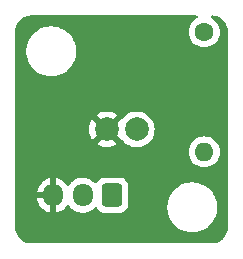
<source format=gbl>
G04 #@! TF.GenerationSoftware,KiCad,Pcbnew,6.0.4-6f826c9f35~116~ubuntu20.04.1*
G04 #@! TF.CreationDate,2022-05-16T21:54:43-06:00*
G04 #@! TF.ProjectId,phototransistor-circuit,70686f74-6f74-4726-916e-736973746f72,rev?*
G04 #@! TF.SameCoordinates,Original*
G04 #@! TF.FileFunction,Copper,L2,Bot*
G04 #@! TF.FilePolarity,Positive*
%FSLAX46Y46*%
G04 Gerber Fmt 4.6, Leading zero omitted, Abs format (unit mm)*
G04 Created by KiCad (PCBNEW 6.0.4-6f826c9f35~116~ubuntu20.04.1) date 2022-05-16 21:54:43*
%MOMM*%
%LPD*%
G01*
G04 APERTURE LIST*
G04 Aperture macros list*
%AMRoundRect*
0 Rectangle with rounded corners*
0 $1 Rounding radius*
0 $2 $3 $4 $5 $6 $7 $8 $9 X,Y pos of 4 corners*
0 Add a 4 corners polygon primitive as box body*
4,1,4,$2,$3,$4,$5,$6,$7,$8,$9,$2,$3,0*
0 Add four circle primitives for the rounded corners*
1,1,$1+$1,$2,$3*
1,1,$1+$1,$4,$5*
1,1,$1+$1,$6,$7*
1,1,$1+$1,$8,$9*
0 Add four rect primitives between the rounded corners*
20,1,$1+$1,$2,$3,$4,$5,0*
20,1,$1+$1,$4,$5,$6,$7,0*
20,1,$1+$1,$6,$7,$8,$9,0*
20,1,$1+$1,$8,$9,$2,$3,0*%
G04 Aperture macros list end*
G04 #@! TA.AperFunction,ComponentPad*
%ADD10C,2.000000*%
G04 #@! TD*
G04 #@! TA.AperFunction,ComponentPad*
%ADD11RoundRect,0.250000X0.600000X0.725000X-0.600000X0.725000X-0.600000X-0.725000X0.600000X-0.725000X0*%
G04 #@! TD*
G04 #@! TA.AperFunction,ComponentPad*
%ADD12O,1.700000X1.950000*%
G04 #@! TD*
G04 #@! TA.AperFunction,ComponentPad*
%ADD13C,1.600000*%
G04 #@! TD*
G04 #@! TA.AperFunction,ComponentPad*
%ADD14O,1.600000X1.600000*%
G04 #@! TD*
G04 APERTURE END LIST*
D10*
X87630000Y-78740000D03*
X90170000Y-78740000D03*
D11*
X88098000Y-84311000D03*
D12*
X85598000Y-84311000D03*
X83098000Y-84311000D03*
D13*
X95885000Y-70485000D03*
D14*
X95885000Y-80645000D03*
G04 #@! TA.AperFunction,Conductor*
G36*
X95283400Y-69108502D02*
G01*
X95329893Y-69162158D01*
X95339997Y-69232432D01*
X95310503Y-69297012D01*
X95268529Y-69328695D01*
X95233238Y-69345151D01*
X95233233Y-69345154D01*
X95228251Y-69347477D01*
X95208013Y-69361648D01*
X95045211Y-69475643D01*
X95045208Y-69475645D01*
X95040700Y-69478802D01*
X94878802Y-69640700D01*
X94747477Y-69828251D01*
X94745154Y-69833233D01*
X94745151Y-69833238D01*
X94711056Y-69906356D01*
X94650716Y-70035757D01*
X94649294Y-70041065D01*
X94649293Y-70041067D01*
X94605685Y-70203813D01*
X94591457Y-70256913D01*
X94571502Y-70485000D01*
X94591457Y-70713087D01*
X94650716Y-70934243D01*
X94653039Y-70939224D01*
X94653039Y-70939225D01*
X94745151Y-71136762D01*
X94745154Y-71136767D01*
X94747477Y-71141749D01*
X94878802Y-71329300D01*
X95040700Y-71491198D01*
X95045208Y-71494355D01*
X95045211Y-71494357D01*
X95123389Y-71549098D01*
X95228251Y-71622523D01*
X95233233Y-71624846D01*
X95233238Y-71624849D01*
X95424691Y-71714124D01*
X95435757Y-71719284D01*
X95441065Y-71720706D01*
X95441067Y-71720707D01*
X95651598Y-71777119D01*
X95651600Y-71777119D01*
X95656913Y-71778543D01*
X95885000Y-71798498D01*
X96113087Y-71778543D01*
X96118400Y-71777119D01*
X96118402Y-71777119D01*
X96328933Y-71720707D01*
X96328935Y-71720706D01*
X96334243Y-71719284D01*
X96345309Y-71714124D01*
X96536762Y-71624849D01*
X96536767Y-71624846D01*
X96541749Y-71622523D01*
X96646611Y-71549098D01*
X96724789Y-71494357D01*
X96724792Y-71494355D01*
X96729300Y-71491198D01*
X96891198Y-71329300D01*
X97022523Y-71141749D01*
X97024846Y-71136767D01*
X97024849Y-71136762D01*
X97116961Y-70939225D01*
X97116961Y-70939224D01*
X97119284Y-70934243D01*
X97178543Y-70713087D01*
X97198498Y-70485000D01*
X97178543Y-70256913D01*
X97164315Y-70203813D01*
X97120707Y-70041067D01*
X97120706Y-70041065D01*
X97119284Y-70035757D01*
X97058944Y-69906356D01*
X97024849Y-69833238D01*
X97024846Y-69833233D01*
X97022523Y-69828251D01*
X96891198Y-69640700D01*
X96729300Y-69478802D01*
X96724792Y-69475645D01*
X96724789Y-69475643D01*
X96561987Y-69361648D01*
X96541749Y-69347477D01*
X96536761Y-69345151D01*
X96536758Y-69345149D01*
X96509528Y-69332452D01*
X96456243Y-69285536D01*
X96436781Y-69217259D01*
X96457322Y-69149298D01*
X96511345Y-69103232D01*
X96572662Y-69092645D01*
X96728573Y-69104915D01*
X96748103Y-69108008D01*
X96941903Y-69154536D01*
X96960706Y-69160646D01*
X97144840Y-69236916D01*
X97162457Y-69245893D01*
X97332387Y-69350027D01*
X97348382Y-69361648D01*
X97499934Y-69491085D01*
X97513915Y-69505066D01*
X97643352Y-69656618D01*
X97654973Y-69672613D01*
X97759107Y-69842543D01*
X97768084Y-69860160D01*
X97844354Y-70044294D01*
X97850464Y-70063097D01*
X97896992Y-70256897D01*
X97900085Y-70276426D01*
X97913272Y-70443987D01*
X97912630Y-70460875D01*
X97912800Y-70460877D01*
X97912690Y-70469853D01*
X97911309Y-70478724D01*
X97912473Y-70487626D01*
X97912473Y-70487628D01*
X97915436Y-70510283D01*
X97916500Y-70526621D01*
X97916500Y-86945633D01*
X97915000Y-86965018D01*
X97912690Y-86979851D01*
X97912690Y-86979855D01*
X97911309Y-86988724D01*
X97913148Y-87002789D01*
X97913824Y-87029004D01*
X97905271Y-87137679D01*
X97900085Y-87203574D01*
X97896992Y-87223103D01*
X97850464Y-87416903D01*
X97844354Y-87435706D01*
X97768084Y-87619840D01*
X97759107Y-87637457D01*
X97654973Y-87807387D01*
X97643352Y-87823382D01*
X97513915Y-87974934D01*
X97499934Y-87988915D01*
X97348382Y-88118352D01*
X97332387Y-88129973D01*
X97162457Y-88234107D01*
X97144840Y-88243084D01*
X96960706Y-88319354D01*
X96941903Y-88325464D01*
X96748103Y-88371992D01*
X96728574Y-88375085D01*
X96561013Y-88388272D01*
X96544125Y-88387630D01*
X96544123Y-88387800D01*
X96535147Y-88387690D01*
X96526276Y-88386309D01*
X96517374Y-88387473D01*
X96517372Y-88387473D01*
X96502323Y-88389441D01*
X96494714Y-88390436D01*
X96478379Y-88391500D01*
X81329367Y-88391500D01*
X81309982Y-88390000D01*
X81295149Y-88387690D01*
X81295145Y-88387690D01*
X81286276Y-88386309D01*
X81272211Y-88388148D01*
X81245996Y-88388824D01*
X81112889Y-88378348D01*
X81071426Y-88375085D01*
X81051897Y-88371992D01*
X80858097Y-88325464D01*
X80839294Y-88319354D01*
X80655160Y-88243084D01*
X80637543Y-88234107D01*
X80467613Y-88129973D01*
X80451618Y-88118352D01*
X80300066Y-87988915D01*
X80286085Y-87974934D01*
X80156648Y-87823382D01*
X80145027Y-87807387D01*
X80040893Y-87637457D01*
X80031916Y-87619840D01*
X79955646Y-87435706D01*
X79949536Y-87416903D01*
X79903008Y-87223103D01*
X79899915Y-87203574D01*
X79887009Y-87039583D01*
X79887994Y-87017258D01*
X79887334Y-87017199D01*
X79887769Y-87012351D01*
X79888576Y-87007552D01*
X79888729Y-86995000D01*
X79884773Y-86967376D01*
X79883500Y-86949514D01*
X79883500Y-84581193D01*
X81747410Y-84581193D01*
X81754124Y-84660325D01*
X81755914Y-84670797D01*
X81811130Y-84883535D01*
X81814665Y-84893575D01*
X81904937Y-85093970D01*
X81910106Y-85103256D01*
X82032850Y-85285575D01*
X82039519Y-85293870D01*
X82191228Y-85452900D01*
X82199186Y-85459941D01*
X82375525Y-85591141D01*
X82384562Y-85596745D01*
X82580484Y-85696357D01*
X82590335Y-85700357D01*
X82800240Y-85765534D01*
X82810624Y-85767817D01*
X82826043Y-85769861D01*
X82840207Y-85767665D01*
X82844000Y-85754478D01*
X82844000Y-85752192D01*
X83352000Y-85752192D01*
X83355973Y-85765723D01*
X83366580Y-85767248D01*
X83484421Y-85742523D01*
X83494617Y-85739463D01*
X83699029Y-85658737D01*
X83708561Y-85654006D01*
X83896462Y-85539984D01*
X83905052Y-85533720D01*
X84071052Y-85389673D01*
X84078472Y-85382042D01*
X84217826Y-85212089D01*
X84223848Y-85203326D01*
X84239238Y-85176289D01*
X84290320Y-85126982D01*
X84359951Y-85113120D01*
X84426022Y-85139103D01*
X84453261Y-85168253D01*
X84482240Y-85211297D01*
X84535441Y-85290319D01*
X84539120Y-85294176D01*
X84539122Y-85294178D01*
X84600710Y-85358738D01*
X84694576Y-85457135D01*
X84879542Y-85594754D01*
X84884293Y-85597170D01*
X84884297Y-85597172D01*
X84947481Y-85629296D01*
X85085051Y-85699240D01*
X85090145Y-85700822D01*
X85090148Y-85700823D01*
X85286313Y-85761734D01*
X85305227Y-85767607D01*
X85310516Y-85768308D01*
X85528489Y-85797198D01*
X85528494Y-85797198D01*
X85533774Y-85797898D01*
X85539103Y-85797698D01*
X85539105Y-85797698D01*
X85648966Y-85793574D01*
X85764158Y-85789249D01*
X85786802Y-85784498D01*
X85984572Y-85743002D01*
X85989791Y-85741907D01*
X85994750Y-85739949D01*
X85994752Y-85739948D01*
X86199256Y-85659185D01*
X86199258Y-85659184D01*
X86204221Y-85657224D01*
X86209525Y-85654006D01*
X86396757Y-85540390D01*
X86396756Y-85540390D01*
X86401317Y-85537623D01*
X86466626Y-85480951D01*
X86571412Y-85390023D01*
X86571414Y-85390021D01*
X86575445Y-85386523D01*
X86604670Y-85350880D01*
X86663329Y-85310886D01*
X86734299Y-85308954D01*
X86795048Y-85345698D01*
X86809248Y-85364468D01*
X86889707Y-85494488D01*
X86899522Y-85510348D01*
X87024697Y-85635305D01*
X87030927Y-85639145D01*
X87030928Y-85639146D01*
X87168090Y-85723694D01*
X87175262Y-85728115D01*
X87210938Y-85739948D01*
X87336611Y-85781632D01*
X87336613Y-85781632D01*
X87343139Y-85783797D01*
X87349975Y-85784497D01*
X87349978Y-85784498D01*
X87385663Y-85788154D01*
X87447600Y-85794500D01*
X88748400Y-85794500D01*
X88751646Y-85794163D01*
X88751650Y-85794163D01*
X88847308Y-85784238D01*
X88847312Y-85784237D01*
X88854166Y-85783526D01*
X88860702Y-85781345D01*
X88860704Y-85781345D01*
X88992806Y-85737272D01*
X89021946Y-85727550D01*
X89172348Y-85634478D01*
X89297305Y-85509303D01*
X89306437Y-85494488D01*
X89317400Y-85476703D01*
X92759743Y-85476703D01*
X92760302Y-85480947D01*
X92760302Y-85480951D01*
X92774809Y-85591141D01*
X92797268Y-85761734D01*
X92798401Y-85765874D01*
X92798401Y-85765876D01*
X92806142Y-85794172D01*
X92873129Y-86039036D01*
X92985923Y-86303476D01*
X93133561Y-86550161D01*
X93313313Y-86774528D01*
X93330397Y-86790740D01*
X93516533Y-86967376D01*
X93521851Y-86972423D01*
X93755317Y-87140186D01*
X93759112Y-87142195D01*
X93759113Y-87142196D01*
X93780869Y-87153715D01*
X94009392Y-87274712D01*
X94279373Y-87373511D01*
X94560264Y-87434755D01*
X94572348Y-87435706D01*
X94783282Y-87452307D01*
X94783291Y-87452307D01*
X94785739Y-87452500D01*
X94941271Y-87452500D01*
X94943407Y-87452354D01*
X94943418Y-87452354D01*
X95151548Y-87438165D01*
X95151554Y-87438164D01*
X95155825Y-87437873D01*
X95160020Y-87437004D01*
X95160022Y-87437004D01*
X95296583Y-87408724D01*
X95437342Y-87379574D01*
X95708343Y-87283607D01*
X95963812Y-87151750D01*
X95967313Y-87149289D01*
X95967317Y-87149287D01*
X96081417Y-87069096D01*
X96199023Y-86986441D01*
X96409622Y-86790740D01*
X96591713Y-86568268D01*
X96741927Y-86323142D01*
X96857483Y-86059898D01*
X96936244Y-85783406D01*
X96970830Y-85540390D01*
X96976146Y-85503036D01*
X96976146Y-85503034D01*
X96976751Y-85498784D01*
X96976845Y-85480951D01*
X96978235Y-85215583D01*
X96978235Y-85215576D01*
X96978257Y-85211297D01*
X96975739Y-85192166D01*
X96941292Y-84930522D01*
X96940732Y-84926266D01*
X96864871Y-84648964D01*
X96835964Y-84581193D01*
X96753763Y-84388476D01*
X96753761Y-84388472D01*
X96752077Y-84384524D01*
X96604439Y-84137839D01*
X96424687Y-83913472D01*
X96216149Y-83715577D01*
X95982683Y-83547814D01*
X95960843Y-83536250D01*
X95860116Y-83482918D01*
X95728608Y-83413288D01*
X95518562Y-83336422D01*
X95462658Y-83315964D01*
X95462656Y-83315963D01*
X95458627Y-83314489D01*
X95177736Y-83253245D01*
X95146685Y-83250801D01*
X94954718Y-83235693D01*
X94954709Y-83235693D01*
X94952261Y-83235500D01*
X94796729Y-83235500D01*
X94794593Y-83235646D01*
X94794582Y-83235646D01*
X94586452Y-83249835D01*
X94586446Y-83249836D01*
X94582175Y-83250127D01*
X94577980Y-83250996D01*
X94577978Y-83250996D01*
X94524581Y-83262054D01*
X94300658Y-83308426D01*
X94029657Y-83404393D01*
X93774188Y-83536250D01*
X93770687Y-83538711D01*
X93770683Y-83538713D01*
X93760594Y-83545804D01*
X93538977Y-83701559D01*
X93523892Y-83715577D01*
X93394078Y-83836208D01*
X93328378Y-83897260D01*
X93146287Y-84119732D01*
X92996073Y-84364858D01*
X92880517Y-84628102D01*
X92801756Y-84904594D01*
X92774804Y-85093970D01*
X92764995Y-85162898D01*
X92761249Y-85189216D01*
X92761227Y-85193505D01*
X92761226Y-85193512D01*
X92759765Y-85472417D01*
X92759743Y-85476703D01*
X89317400Y-85476703D01*
X89386275Y-85364968D01*
X89386276Y-85364966D01*
X89390115Y-85358738D01*
X89445797Y-85190861D01*
X89448114Y-85168253D01*
X89456172Y-85089598D01*
X89456500Y-85086400D01*
X89456500Y-83535600D01*
X89448696Y-83460384D01*
X89446238Y-83436692D01*
X89446237Y-83436688D01*
X89445526Y-83429834D01*
X89438785Y-83409627D01*
X89391868Y-83269002D01*
X89389550Y-83262054D01*
X89296478Y-83111652D01*
X89171303Y-82986695D01*
X89140965Y-82967994D01*
X89026968Y-82897725D01*
X89026966Y-82897724D01*
X89020738Y-82893885D01*
X88907353Y-82856277D01*
X88859389Y-82840368D01*
X88859387Y-82840368D01*
X88852861Y-82838203D01*
X88846025Y-82837503D01*
X88846022Y-82837502D01*
X88802969Y-82833091D01*
X88748400Y-82827500D01*
X87447600Y-82827500D01*
X87444354Y-82827837D01*
X87444350Y-82827837D01*
X87348692Y-82837762D01*
X87348688Y-82837763D01*
X87341834Y-82838474D01*
X87335298Y-82840655D01*
X87335296Y-82840655D01*
X87203194Y-82884728D01*
X87174054Y-82894450D01*
X87023652Y-82987522D01*
X86898695Y-83112697D01*
X86825170Y-83231977D01*
X86808920Y-83258339D01*
X86756148Y-83305832D01*
X86686076Y-83317256D01*
X86620952Y-83288982D01*
X86610490Y-83279195D01*
X86505103Y-83168722D01*
X86501424Y-83164865D01*
X86316458Y-83027246D01*
X86311707Y-83024830D01*
X86311703Y-83024828D01*
X86193588Y-82964776D01*
X86110949Y-82922760D01*
X86105855Y-82921178D01*
X86105852Y-82921177D01*
X85895871Y-82855976D01*
X85890773Y-82854393D01*
X85885484Y-82853692D01*
X85667511Y-82824802D01*
X85667506Y-82824802D01*
X85662226Y-82824102D01*
X85656897Y-82824302D01*
X85656895Y-82824302D01*
X85547034Y-82828426D01*
X85431842Y-82832751D01*
X85426623Y-82833846D01*
X85404566Y-82838474D01*
X85206209Y-82880093D01*
X85201250Y-82882051D01*
X85201248Y-82882052D01*
X84996744Y-82962815D01*
X84996742Y-82962816D01*
X84991779Y-82964776D01*
X84987220Y-82967543D01*
X84987217Y-82967544D01*
X84892113Y-83025255D01*
X84794683Y-83084377D01*
X84790653Y-83087874D01*
X84697484Y-83168722D01*
X84620555Y-83235477D01*
X84601809Y-83258339D01*
X84477760Y-83409627D01*
X84477756Y-83409633D01*
X84474376Y-83413755D01*
X84471733Y-83418398D01*
X84456171Y-83445735D01*
X84405088Y-83495041D01*
X84335458Y-83508902D01*
X84269387Y-83482918D01*
X84242149Y-83453768D01*
X84163148Y-83336422D01*
X84156481Y-83328130D01*
X84004772Y-83169100D01*
X83996814Y-83162059D01*
X83820475Y-83030859D01*
X83811438Y-83025255D01*
X83615516Y-82925643D01*
X83605665Y-82921643D01*
X83395760Y-82856466D01*
X83385376Y-82854183D01*
X83369957Y-82852139D01*
X83355793Y-82854335D01*
X83352000Y-82867522D01*
X83352000Y-85752192D01*
X82844000Y-85752192D01*
X82844000Y-84583115D01*
X82839525Y-84567876D01*
X82838135Y-84566671D01*
X82830452Y-84565000D01*
X81764151Y-84565000D01*
X81749473Y-84569310D01*
X81747410Y-84581193D01*
X79883500Y-84581193D01*
X79883500Y-84039174D01*
X81744496Y-84039174D01*
X81745915Y-84052414D01*
X81760550Y-84057000D01*
X82825885Y-84057000D01*
X82841124Y-84052525D01*
X82842329Y-84051135D01*
X82844000Y-84043452D01*
X82844000Y-82869808D01*
X82840027Y-82856277D01*
X82829420Y-82854752D01*
X82711579Y-82879477D01*
X82701383Y-82882537D01*
X82496971Y-82963263D01*
X82487439Y-82967994D01*
X82299538Y-83082016D01*
X82290948Y-83088280D01*
X82124948Y-83232327D01*
X82117528Y-83239958D01*
X81978174Y-83409911D01*
X81972150Y-83418678D01*
X81863424Y-83609682D01*
X81858959Y-83619346D01*
X81783969Y-83825941D01*
X81781198Y-83836208D01*
X81744496Y-84039174D01*
X79883500Y-84039174D01*
X79883500Y-80645000D01*
X94571502Y-80645000D01*
X94591457Y-80873087D01*
X94650716Y-81094243D01*
X94653039Y-81099224D01*
X94653039Y-81099225D01*
X94745151Y-81296762D01*
X94745154Y-81296767D01*
X94747477Y-81301749D01*
X94878802Y-81489300D01*
X95040700Y-81651198D01*
X95045208Y-81654355D01*
X95045211Y-81654357D01*
X95123389Y-81709098D01*
X95228251Y-81782523D01*
X95233233Y-81784846D01*
X95233238Y-81784849D01*
X95430775Y-81876961D01*
X95435757Y-81879284D01*
X95441065Y-81880706D01*
X95441067Y-81880707D01*
X95651598Y-81937119D01*
X95651600Y-81937119D01*
X95656913Y-81938543D01*
X95885000Y-81958498D01*
X96113087Y-81938543D01*
X96118400Y-81937119D01*
X96118402Y-81937119D01*
X96328933Y-81880707D01*
X96328935Y-81880706D01*
X96334243Y-81879284D01*
X96339225Y-81876961D01*
X96536762Y-81784849D01*
X96536767Y-81784846D01*
X96541749Y-81782523D01*
X96646611Y-81709098D01*
X96724789Y-81654357D01*
X96724792Y-81654355D01*
X96729300Y-81651198D01*
X96891198Y-81489300D01*
X97022523Y-81301749D01*
X97024846Y-81296767D01*
X97024849Y-81296762D01*
X97116961Y-81099225D01*
X97116961Y-81099224D01*
X97119284Y-81094243D01*
X97178543Y-80873087D01*
X97198498Y-80645000D01*
X97178543Y-80416913D01*
X97129365Y-80233380D01*
X97120707Y-80201067D01*
X97120706Y-80201065D01*
X97119284Y-80195757D01*
X97110636Y-80177211D01*
X97024849Y-79993238D01*
X97024846Y-79993233D01*
X97022523Y-79988251D01*
X96899935Y-79813177D01*
X96894357Y-79805211D01*
X96894355Y-79805208D01*
X96891198Y-79800700D01*
X96729300Y-79638802D01*
X96724792Y-79635645D01*
X96724789Y-79635643D01*
X96646611Y-79580902D01*
X96541749Y-79507477D01*
X96536767Y-79505154D01*
X96536762Y-79505151D01*
X96339225Y-79413039D01*
X96339224Y-79413039D01*
X96334243Y-79410716D01*
X96328935Y-79409294D01*
X96328933Y-79409293D01*
X96118402Y-79352881D01*
X96118400Y-79352881D01*
X96113087Y-79351457D01*
X95885000Y-79331502D01*
X95656913Y-79351457D01*
X95651600Y-79352881D01*
X95651598Y-79352881D01*
X95441067Y-79409293D01*
X95441065Y-79409294D01*
X95435757Y-79410716D01*
X95430776Y-79413039D01*
X95430775Y-79413039D01*
X95233238Y-79505151D01*
X95233233Y-79505154D01*
X95228251Y-79507477D01*
X95123389Y-79580902D01*
X95045211Y-79635643D01*
X95045208Y-79635645D01*
X95040700Y-79638802D01*
X94878802Y-79800700D01*
X94875645Y-79805208D01*
X94875643Y-79805211D01*
X94870065Y-79813177D01*
X94747477Y-79988251D01*
X94745154Y-79993233D01*
X94745151Y-79993238D01*
X94659364Y-80177211D01*
X94650716Y-80195757D01*
X94649294Y-80201065D01*
X94649293Y-80201067D01*
X94640635Y-80233380D01*
X94591457Y-80416913D01*
X94571502Y-80645000D01*
X79883500Y-80645000D01*
X79883500Y-79972670D01*
X86762160Y-79972670D01*
X86767887Y-79980320D01*
X86939042Y-80085205D01*
X86947837Y-80089687D01*
X87157988Y-80176734D01*
X87167373Y-80179783D01*
X87388554Y-80232885D01*
X87398301Y-80234428D01*
X87625070Y-80252275D01*
X87634930Y-80252275D01*
X87861699Y-80234428D01*
X87871446Y-80232885D01*
X88092627Y-80179783D01*
X88102012Y-80176734D01*
X88312163Y-80089687D01*
X88320958Y-80085205D01*
X88488445Y-79982568D01*
X88497907Y-79972110D01*
X88494124Y-79963334D01*
X87642812Y-79112022D01*
X87628868Y-79104408D01*
X87627035Y-79104539D01*
X87620420Y-79108790D01*
X86768920Y-79960290D01*
X86762160Y-79972670D01*
X79883500Y-79972670D01*
X79883500Y-78744930D01*
X86117725Y-78744930D01*
X86135572Y-78971699D01*
X86137115Y-78981446D01*
X86190217Y-79202627D01*
X86193266Y-79212012D01*
X86280313Y-79422163D01*
X86284795Y-79430958D01*
X86387432Y-79598445D01*
X86397890Y-79607907D01*
X86406666Y-79604124D01*
X87257978Y-78752812D01*
X87264356Y-78741132D01*
X87994408Y-78741132D01*
X87994539Y-78742965D01*
X87998790Y-78749580D01*
X88850290Y-79601080D01*
X88867102Y-79610260D01*
X88930350Y-79624020D01*
X88965775Y-79652776D01*
X89095967Y-79805211D01*
X89100031Y-79809969D01*
X89280584Y-79964176D01*
X89284792Y-79966755D01*
X89284798Y-79966759D01*
X89478084Y-80085205D01*
X89483037Y-80088240D01*
X89487607Y-80090133D01*
X89487611Y-80090135D01*
X89697833Y-80177211D01*
X89702406Y-80179105D01*
X89771767Y-80195757D01*
X89928476Y-80233380D01*
X89928482Y-80233381D01*
X89933289Y-80234535D01*
X90170000Y-80253165D01*
X90406711Y-80234535D01*
X90411518Y-80233381D01*
X90411524Y-80233380D01*
X90568233Y-80195757D01*
X90637594Y-80179105D01*
X90642167Y-80177211D01*
X90852389Y-80090135D01*
X90852393Y-80090133D01*
X90856963Y-80088240D01*
X90861916Y-80085205D01*
X91055202Y-79966759D01*
X91055208Y-79966755D01*
X91059416Y-79964176D01*
X91239969Y-79809969D01*
X91247886Y-79800700D01*
X91260968Y-79785382D01*
X91394176Y-79629416D01*
X91396755Y-79625208D01*
X91396759Y-79625202D01*
X91515654Y-79431183D01*
X91518240Y-79426963D01*
X91520229Y-79422163D01*
X91607211Y-79212167D01*
X91607212Y-79212165D01*
X91609105Y-79207594D01*
X91664535Y-78976711D01*
X91683165Y-78740000D01*
X91664535Y-78503289D01*
X91609105Y-78272406D01*
X91607211Y-78267833D01*
X91520135Y-78057611D01*
X91520133Y-78057607D01*
X91518240Y-78053037D01*
X91515654Y-78048817D01*
X91396759Y-77854798D01*
X91396755Y-77854792D01*
X91394176Y-77850584D01*
X91239969Y-77670031D01*
X91059416Y-77515824D01*
X91055208Y-77513245D01*
X91055202Y-77513241D01*
X90861183Y-77394346D01*
X90856963Y-77391760D01*
X90852393Y-77389867D01*
X90852389Y-77389865D01*
X90642167Y-77302789D01*
X90642165Y-77302788D01*
X90637594Y-77300895D01*
X90557391Y-77281640D01*
X90411524Y-77246620D01*
X90411518Y-77246619D01*
X90406711Y-77245465D01*
X90170000Y-77226835D01*
X89933289Y-77245465D01*
X89928482Y-77246619D01*
X89928476Y-77246620D01*
X89782609Y-77281640D01*
X89702406Y-77300895D01*
X89697835Y-77302788D01*
X89697833Y-77302789D01*
X89487611Y-77389865D01*
X89487607Y-77389867D01*
X89483037Y-77391760D01*
X89478817Y-77394346D01*
X89284798Y-77513241D01*
X89284792Y-77513245D01*
X89280584Y-77515824D01*
X89100031Y-77670031D01*
X89096823Y-77673787D01*
X89096818Y-77673792D01*
X88966294Y-77826616D01*
X88906844Y-77865426D01*
X88872442Y-77867640D01*
X88853333Y-77875877D01*
X88002022Y-78727188D01*
X87994408Y-78741132D01*
X87264356Y-78741132D01*
X87265592Y-78738868D01*
X87265461Y-78737035D01*
X87261210Y-78730420D01*
X86409710Y-77878920D01*
X86397330Y-77872160D01*
X86389680Y-77877887D01*
X86284795Y-78049042D01*
X86280313Y-78057837D01*
X86193266Y-78267988D01*
X86190217Y-78277373D01*
X86137115Y-78498554D01*
X86135572Y-78508301D01*
X86117725Y-78735070D01*
X86117725Y-78744930D01*
X79883500Y-78744930D01*
X79883500Y-77507890D01*
X86762093Y-77507890D01*
X86765876Y-77516666D01*
X87617188Y-78367978D01*
X87631132Y-78375592D01*
X87632965Y-78375461D01*
X87639580Y-78371210D01*
X88491080Y-77519710D01*
X88497840Y-77507330D01*
X88492113Y-77499680D01*
X88320958Y-77394795D01*
X88312163Y-77390313D01*
X88102012Y-77303266D01*
X88092627Y-77300217D01*
X87871446Y-77247115D01*
X87861699Y-77245572D01*
X87634930Y-77227725D01*
X87625070Y-77227725D01*
X87398301Y-77245572D01*
X87388554Y-77247115D01*
X87167373Y-77300217D01*
X87157988Y-77303266D01*
X86947837Y-77390313D01*
X86939042Y-77394795D01*
X86771555Y-77497432D01*
X86762093Y-77507890D01*
X79883500Y-77507890D01*
X79883500Y-72268703D01*
X80821743Y-72268703D01*
X80859268Y-72553734D01*
X80935129Y-72831036D01*
X81047923Y-73095476D01*
X81195561Y-73342161D01*
X81375313Y-73566528D01*
X81583851Y-73764423D01*
X81817317Y-73932186D01*
X81821112Y-73934195D01*
X81821113Y-73934196D01*
X81842869Y-73945715D01*
X82071392Y-74066712D01*
X82341373Y-74165511D01*
X82622264Y-74226755D01*
X82650841Y-74229004D01*
X82845282Y-74244307D01*
X82845291Y-74244307D01*
X82847739Y-74244500D01*
X83003271Y-74244500D01*
X83005407Y-74244354D01*
X83005418Y-74244354D01*
X83213548Y-74230165D01*
X83213554Y-74230164D01*
X83217825Y-74229873D01*
X83222020Y-74229004D01*
X83222022Y-74229004D01*
X83358583Y-74200724D01*
X83499342Y-74171574D01*
X83770343Y-74075607D01*
X84025812Y-73943750D01*
X84029313Y-73941289D01*
X84029317Y-73941287D01*
X84143417Y-73861096D01*
X84261023Y-73778441D01*
X84471622Y-73582740D01*
X84653713Y-73360268D01*
X84803927Y-73115142D01*
X84919483Y-72851898D01*
X84998244Y-72575406D01*
X85038751Y-72290784D01*
X85038845Y-72272951D01*
X85040235Y-72007583D01*
X85040235Y-72007576D01*
X85040257Y-72003297D01*
X85002732Y-71718266D01*
X84926871Y-71440964D01*
X84814077Y-71176524D01*
X84739527Y-71051960D01*
X84668643Y-70933521D01*
X84668640Y-70933517D01*
X84666439Y-70929839D01*
X84486687Y-70705472D01*
X84310472Y-70538250D01*
X84281258Y-70510527D01*
X84281255Y-70510525D01*
X84278149Y-70507577D01*
X84044683Y-70339814D01*
X84022843Y-70328250D01*
X83924964Y-70276426D01*
X83790608Y-70205288D01*
X83520627Y-70106489D01*
X83239736Y-70045245D01*
X83208685Y-70042801D01*
X83016718Y-70027693D01*
X83016709Y-70027693D01*
X83014261Y-70027500D01*
X82858729Y-70027500D01*
X82856593Y-70027646D01*
X82856582Y-70027646D01*
X82648452Y-70041835D01*
X82648446Y-70041836D01*
X82644175Y-70042127D01*
X82639980Y-70042996D01*
X82639978Y-70042996D01*
X82589459Y-70053458D01*
X82362658Y-70100426D01*
X82091657Y-70196393D01*
X81836188Y-70328250D01*
X81832687Y-70330711D01*
X81832683Y-70330713D01*
X81822594Y-70337804D01*
X81600977Y-70493559D01*
X81390378Y-70689260D01*
X81208287Y-70911732D01*
X81058073Y-71156858D01*
X80942517Y-71420102D01*
X80863756Y-71696594D01*
X80823249Y-71981216D01*
X80823227Y-71985505D01*
X80823226Y-71985512D01*
X80821765Y-72264417D01*
X80821743Y-72268703D01*
X79883500Y-72268703D01*
X79883500Y-70538250D01*
X79885246Y-70517345D01*
X79887770Y-70502342D01*
X79888576Y-70497552D01*
X79888729Y-70485000D01*
X79887334Y-70475260D01*
X79886450Y-70447515D01*
X79899915Y-70276426D01*
X79903008Y-70256897D01*
X79949536Y-70063097D01*
X79955646Y-70044294D01*
X80031916Y-69860160D01*
X80040893Y-69842543D01*
X80145027Y-69672613D01*
X80156648Y-69656618D01*
X80286085Y-69505066D01*
X80300066Y-69491085D01*
X80451618Y-69361648D01*
X80467613Y-69350027D01*
X80637543Y-69245893D01*
X80655160Y-69236916D01*
X80839294Y-69160646D01*
X80858097Y-69154536D01*
X81051897Y-69108008D01*
X81071426Y-69104915D01*
X81238987Y-69091728D01*
X81255875Y-69092370D01*
X81255877Y-69092200D01*
X81264853Y-69092310D01*
X81273724Y-69093691D01*
X81282626Y-69092527D01*
X81282628Y-69092527D01*
X81300864Y-69090142D01*
X81305286Y-69089564D01*
X81321621Y-69088500D01*
X95215279Y-69088500D01*
X95283400Y-69108502D01*
G37*
G04 #@! TD.AperFunction*
M02*

</source>
